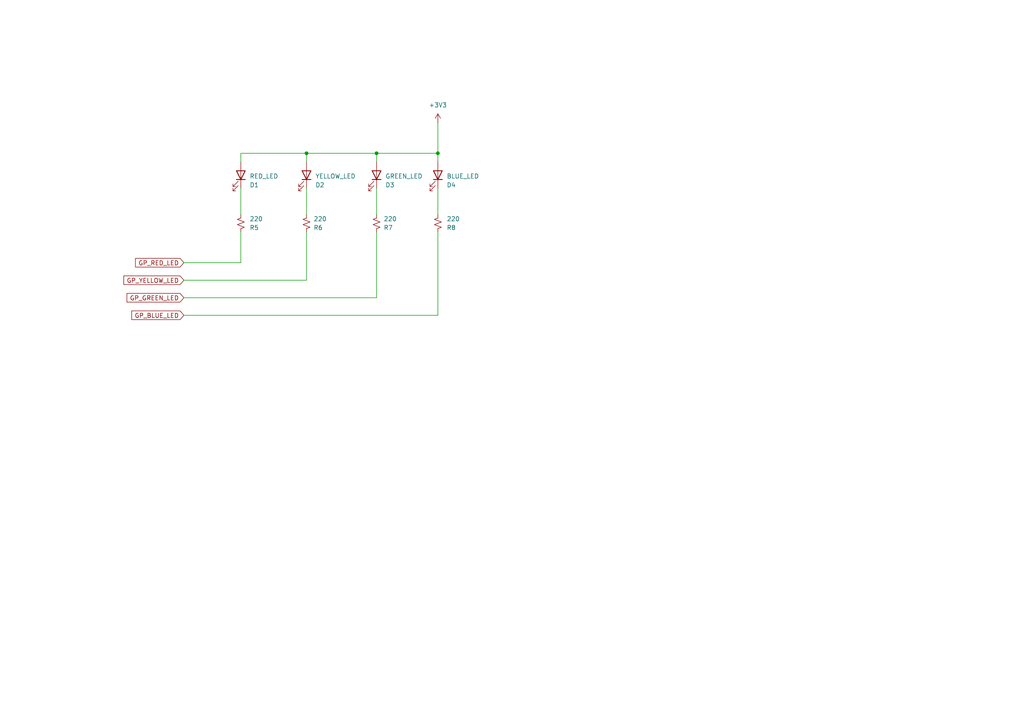
<source format=kicad_sch>
(kicad_sch (version 20250114) (generator "eeschema") (generator_version "9.0")
  (paper "A4")
  (lib_symbols
    (symbol "Device:LED" (pin_numbers (hide yes)) (pin_names (offset 1.016) (hide yes))
      (property "Reference" "D" (at 0 2.54 0))
      (property "Value" "LED" (at 0 -2.54 0))
      (symbol "LED_0_1"
        (polyline (pts (xy -3.048 -0.762) (xy -4.572 -2.286) (xy -3.81 -2.286) (xy -4.572 -2.286) (xy -4.572 -1.524)))
        (polyline (pts (xy -1.778 -0.762) (xy -3.302 -2.286) (xy -2.54 -2.286) (xy -3.302 -2.286) (xy -3.302 -1.524)))
        (polyline (pts (xy -1.27 0) (xy 1.27 0)))
        (polyline (pts (xy -1.27 -1.27) (xy -1.27 1.27)) (stroke (width 0.254)))
        (polyline (pts (xy 1.27 -1.27) (xy 1.27 1.27) (xy -1.27 0) (xy 1.27 -1.27)) (stroke (width 0.254)))
      )
      (symbol "LED_1_1"
        (pin passive line (at -3.81 0 0) (length 2.54) (name "K") (number "1"))
        (pin passive line (at 3.81 0 180) (length 2.54) (name "A") (number "2"))
      )
    )
    (symbol "Device:R_Small_US" (pin_numbers (hide yes)) (pin_names (offset 0.254) (hide yes))
      (property "Reference" "R" (at 0.762 0.508 0))
      (property "Value" "R_Small_US" (at 0.762 -1.016 0))
      (symbol "R_Small_US_1_1"
        (polyline (pts (xy 0 1.524) (xy 1.016 1.143) (xy 0 0.762) (xy -1.016 0.381) (xy 0 0)))
        (polyline (pts (xy 0 0) (xy 1.016 -0.381) (xy 0 -0.762) (xy -1.016 -1.143) (xy 0 -1.524)))
        (pin passive line (at 0 2.54 270) (length 1.016) (name "~") (number "1"))
        (pin passive line (at 0 -2.54 90) (length 1.016) (name "~") (number "2"))
      )
    )
    (symbol "power:+3V3" (power) (pin_numbers (hide yes)) (pin_names (offset 0) (hide yes))
      (property "Value" "+3V3" (at 0 3.556 0))
      (symbol "+3V3_0_1"
        (polyline (pts (xy -0.762 1.27) (xy 0 2.54)))
        (polyline (pts (xy 0 2.54) (xy 0.762 1.27)))
        (polyline (pts (xy 0 0) (xy 0 2.54)))
      )
      (symbol "+3V3_1_1"
        (pin power_in line (at 0 0 90) (length 0) (name "~") (number "1"))
      )
    )
  )
  (junction (at 88.9 44.45))
  (junction (at 127 44.45))
  (junction (at 109.22 44.45))
  (wire (pts (xy 53.34 81.28) (xy 88.9 81.28)))
  (wire (pts (xy 69.85 44.45) (xy 88.9 44.45)))
  (wire (pts (xy 127 44.45) (xy 127 46.99)))
  (wire (pts (xy 88.9 81.28) (xy 88.9 67.31)))
  (wire (pts (xy 69.85 76.2) (xy 69.85 67.31)))
  (wire (pts (xy 53.34 91.44) (xy 127 91.44)))
  (wire (pts (xy 127 35.56) (xy 127 44.45)))
  (wire (pts (xy 109.22 44.45) (xy 109.22 46.99)))
  (wire (pts (xy 109.22 86.36) (xy 109.22 67.31)))
  (wire (pts (xy 69.85 44.45) (xy 69.85 46.99)))
  (wire (pts (xy 69.85 62.23) (xy 69.85 54.61)))
  (wire (pts (xy 88.9 44.45) (xy 88.9 46.99)))
  (wire (pts (xy 88.9 62.23) (xy 88.9 54.61)))
  (wire (pts (xy 88.9 44.45) (xy 109.22 44.45)))
  (wire (pts (xy 127 62.23) (xy 127 54.61)))
  (wire (pts (xy 53.34 86.36) (xy 109.22 86.36)))
  (wire (pts (xy 53.34 76.2) (xy 69.85 76.2)))
  (wire (pts (xy 109.22 44.45) (xy 127 44.45)))
  (wire (pts (xy 127 91.44) (xy 127 67.31)))
  (wire (pts (xy 109.22 62.23) (xy 109.22 54.61)))
  (global_label "GP_YELLOW_LED" (shape input) (at 53.34 81.28 180) (property "Intersheetrefs" "${INTERSHEET_REFS}" (effects (hide yes))))
  (global_label "GP_BLUE_LED" (shape input) (at 53.34 91.44 180) (property "Intersheetrefs" "${INTERSHEET_REFS}" (effects (hide yes))))
  (global_label "GP_GREEN_LED" (shape input) (at 53.34 86.36 180) (property "Intersheetrefs" "${INTERSHEET_REFS}" (effects (hide yes))))
  (global_label "GP_RED_LED" (shape input) (at 53.34 76.2 180) (property "Intersheetrefs" "${INTERSHEET_REFS}" (effects (hide yes))))
  (symbol (lib_id "Device:LED") (at 88.9 50.8 270) (mirror x) (unit 1)
    (property "Reference" "D2" (at 91.44 53.6576 90) (effects (justify left)))
    (property "Value" "YELLOW_LED" (at 91.44 51.1176 90) (effects (justify left)))
    (property "Footprint" "LED_SMD:LED_0603_1608Metric" (effects (hide yes)))
    (property "Datasheet" "https://www.digikey.com.br/pt/products/detail/harvatek-corporation/B1501UY-20D001913U1930/24635256" (effects (hide yes)))
    (property "Description" "Light emitting diode" (effects (hide yes)))
    (property "Sim.Pins" "1=K 2=A" (effects (hide yes)))
  )
  (symbol (lib_id "Device:R_Small_US") (at 88.9 64.77 0) (mirror x) (unit 1)
    (property "Reference" "R6" (at 90.932 66.04 0) (effects (justify left)))
    (property "Value" "220" (at 90.932 63.5 0) (effects (justify left)))
    (property "Footprint" "Resistor_SMD:R_0402_1005Metric" (effects (hide yes)))
    (property "Datasheet" "https://www.digikey.com.br/pt/products/detail/panasonic-electronic-components/ERJ-3RQJR22V/308030" (effects (hide yes)))
    (property "Description" "Resistor, small US symbol" (effects (hide yes)))
  )
  (symbol (lib_id "Device:LED") (at 127 50.8 270) (mirror x) (unit 1)
    (property "Reference" "D4" (at 129.54 53.6576 90) (effects (justify left)))
    (property "Value" "BLUE_LED" (at 129.54 51.1176 90) (effects (justify left)))
    (property "Footprint" "LED_SMD:LED_0603_1608Metric" (effects (hide yes)))
    (property "Datasheet" "https://www.digikey.com.br/pt/products/detail/harvatek-corporation/B1931NB-20C007614U1930/15861263" (effects (hide yes)))
    (property "Description" "Light emitting diode" (effects (hide yes)))
    (property "Sim.Pins" "1=K 2=A" (effects (hide yes)))
  )
  (symbol (lib_id "power:+3V3") (at 127 35.56 0) (unit 1)
    (property "Reference" "#PWR0102" (effects (hide yes)))
    (property "Value" "+3V3" (at 127 30.48 0))
    (property "Description" "Power symbol creates a global label with name \"+3V3\"" (effects (hide yes)))
  )
  (symbol (lib_id "Device:R_Small_US") (at 109.22 64.77 0) (mirror x) (unit 1)
    (property "Reference" "R7" (at 111.252 66.04 0) (effects (justify left)))
    (property "Value" "220" (at 111.252 63.5 0) (effects (justify left)))
    (property "Footprint" "Resistor_SMD:R_0402_1005Metric" (effects (hide yes)))
    (property "Datasheet" "https://www.digikey.com.br/pt/products/detail/panasonic-electronic-components/ERJ-3RQJR22V/308030" (effects (hide yes)))
    (property "Description" "Resistor, small US symbol" (effects (hide yes)))
  )
  (symbol (lib_id "Device:R_Small_US") (at 69.85 64.77 0) (mirror x) (unit 1)
    (property "Reference" "R5" (at 72.39 66.0401 0) (effects (justify left)))
    (property "Value" "220" (at 72.39 63.5001 0) (effects (justify left)))
    (property "Footprint" "Resistor_SMD:R_0402_1005Metric" (effects (hide yes)))
    (property "Datasheet" "https://www.digikey.com.br/pt/products/detail/panasonic-electronic-components/ERJ-3RQJR22V/308030" (effects (hide yes)))
    (property "Description" "Resistor, small US symbol" (effects (hide yes)))
  )
  (symbol (lib_id "Device:LED") (at 69.85 50.8 270) (mirror x) (unit 1)
    (property "Reference" "D1" (at 72.39 53.6576 90) (effects (justify left)))
    (property "Value" "RED_LED" (at 72.39 51.1176 90) (effects (justify left)))
    (property "Footprint" "LED_SMD:LED_0603_1608Metric" (effects (hide yes)))
    (property "Datasheet" "https://www.digikey.com.br/pt/products/detail/harvatek-corporation/B1911USD-20D000114U1930/15519991?s=N4IgTCBcDaIEIEYCcCEFUDKARAtGADFvsagCxrIDM%2BIAugL5A" (effects (hide yes)))
    (property "Description" "Light emitting diode" (effects (hide yes)))
    (property "Sim.Pins" "1=K 2=A" (effects (hide yes)))
  )
  (symbol (lib_id "Device:LED") (at 109.22 50.8 270) (mirror x) (unit 1)
    (property "Reference" "D3" (at 111.76 53.6576 90) (effects (justify left)))
    (property "Value" "GREEN_LED" (at 111.76 51.1176 90) (effects (justify left)))
    (property "Footprint" "LED_SMD:LED_0603_1608Metric" (effects (hide yes)))
    (property "Datasheet" "https://www.digikey.com.br/pt/products/detail/harvatek-corporation/B1931NG-20D001114U1930/15861262" (effects (hide yes)))
    (property "Description" "Light emitting diode" (effects (hide yes)))
    (property "Sim.Pins" "1=K 2=A" (effects (hide yes)))
  )
  (symbol (lib_id "Device:R_Small_US") (at 127 64.77 0) (mirror x) (unit 1)
    (property "Reference" "R8" (at 129.54 66.0401 0) (effects (justify left)))
    (property "Value" "220" (at 129.54 63.5001 0) (effects (justify left)))
    (property "Footprint" "Resistor_SMD:R_0402_1005Metric" (effects (hide yes)))
    (property "Datasheet" "https://www.digikey.com.br/pt/products/detail/panasonic-electronic-components/ERJ-3RQJR22V/308030" (effects (hide yes)))
    (property "Description" "Resistor, small US symbol" (effects (hide yes)))
  )
)
</source>
